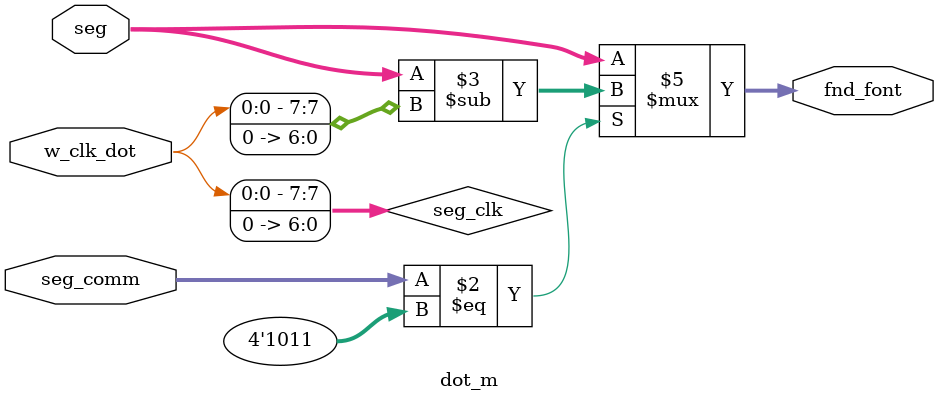
<source format=v>
`timescale 1ns / 1ps

module fnd_controller (
    input clk,
    input reset,
    input sw_mode,
    input [6:0] msec,
    input [5:0] sec,
    input [5:0] min,
    input [4:0] hour,
    output [7:0] fnd_font,
    output [3:0] fnd_comm
);

    wire [3:0] w_bcd, w_digit_msec_1, w_digit_msec_10, 
                w_digit_sec_1, w_digit_sec_10, 
                w_digit_min_1, w_digit_min_10,
                w_digit_hour_1, w_digit_hour_10;
    wire [3:0] w_msec_sec, w_min_hour;
    wire [3:0] w_seg_sel;
    wire w_clk_100hz;
    wire w_clk_dot;
    wire [7:0] w_seg;
    

    clk_divider U_Clk_Divider (
        .clk  (clk),
        .reset(reset),
        .o_clk(w_clk_100hz)
    );

    clk_dot_divider U_Clk_Dot_Divider (
        .clk  (clk),
        .reset(reset),
        .o_clk(w_clk_dot)
    );

    counter_8 U_Counter_8 (
        .clk  (w_clk_100hz),
        .reset(reset),
        .o_sel(w_seg_sel)
    );


    decoder_3x8 U_decoder_3x8 (
        .seg_sel (w_seg_sel),
        .seg_comm(fnd_comm)
    );

    // Msec
    digit_splitter #(
        .BIT_WIDTH(7)
    ) U_Msec_ds (
        .bcd(msec),
        .digit_1(w_digit_msec_1),
        .digit_10(w_digit_msec_10)
    );

    // Sec
    digit_splitter #(
        .BIT_WIDTH(6)
    ) U_Sec_ds (
        .bcd(sec),
        .digit_1(w_digit_sec_1),
        .digit_10(w_digit_sec_10)
    );

    // Min
    digit_splitter #(
        .BIT_WIDTH(6)
    ) U_Min_ds (
        .bcd(min),
        .digit_1(w_digit_min_1),
        .digit_10(w_digit_min_10)
    );

    // Hour
    digit_splitter #(
        .BIT_WIDTH(5)
    ) U_Hour_ds (
        .bcd(hour),
        .digit_1(w_digit_hour_1),
        .digit_10(w_digit_hour_10)
    );

    mux_8x1 U_Mux_8x1_Msec_Sec (
        .sel(w_seg_sel),
        .x0(w_digit_msec_1),
        .x1(w_digit_msec_10),
        .x2(w_digit_sec_1),
        .x3(w_digit_sec_10),
        .x4(4'hf),  // dot
        .x5(4'hf),  // dot
        .x6(4'hf),  // dot
        .x7(4'hf),  // dot
        .y(w_msec_sec)
    );

    mux_2x1 U_Mux_2x1_Mode (
        .sw_mode(sw_mode),
        .msec_sec(w_msec_sec),
        .min_hour(w_min_hour),
        .bcd(w_bcd)
    );
    mux_8x1 U_Mux_8x1_Min_Hour (
        .sel(w_seg_sel),
        .x0 (w_digit_min_1),
        .x1 (w_digit_min_10),
        .x2 (w_digit_hour_1),
        .x3 (w_digit_hour_10),
        .x4 (4'hf),
        .x5 (4'hf),
        .x6 (4'hf),
        .x7 (4'hf),
        .y  (w_min_hour)
    );

    bcdtoseg U_bcdtoseg (
        .bcd(w_bcd),  // [3:0] sum 값 
        .seg(w_seg)
    );

    dot_m U_Dot_M (
        .w_clk_dot(w_clk_dot),
        .seg_comm(fnd_comm),
        .seg(w_seg),
        .fnd_font(fnd_font)

);


endmodule

module clk_divider (
    input  clk,
    input  reset,
    output o_clk
);
    parameter FCOUNT = 100_000;  // 이름을 상수화하여 사용. 500_000 -> 100_000
    // $clog2 : 수를 나타내는데 필요한 비트수 계산
    reg [$clog2(FCOUNT)-1:0] r_counter;
    reg r_clk;
    assign o_clk = r_clk;

    always @(posedge clk, posedge reset) begin
        if (reset) begin  // 
            r_counter <= 0;  // 리셋상태
            r_clk <= 1'b0;
        end else begin
            // clock divide 계산, 100Mhz -> 200hz
            if (r_counter == FCOUNT - 1) begin
                r_counter <= 0;
                r_clk <= 1'b1;  // r_clk : 0->1
            end else begin
                r_counter <= r_counter + 1;
                r_clk <= 1'b0;  // r_clk : 0으로 유지.;
            end
        end
    end

endmodule

module clk_dot_divider (
    input  clk,
    input  reset,
    output o_clk
);
    parameter FCOUNT = 50_000_000;
    reg [$clog2(FCOUNT)-1:0] r_counter;
    reg r_clk;
    assign o_clk = r_clk;

    always @(posedge clk, posedge reset) begin
        if (reset) begin  // 
            r_counter <= 0;  // 리셋상태
            r_clk <= 1'b0;
        end else begin
            // clock divide 계산, 100Mhz -> 200hz
            if (r_counter == FCOUNT - 1) begin
                r_counter <= 0;
                r_clk <= 1'b1;  // r_clk : 0->1
            end else if (r_counter == FCOUNT/2) begin
                r_counter <= r_counter + 1;
                r_clk <= 1'b0;
            end else begin
                r_counter <= r_counter + 1;
            end
        end
    end

endmodule

module counter_8 (
    input        clk,
    input        reset,
    output [2:0] o_sel
);

    reg [2:0] r_counter;
    assign o_sel = r_counter;

    always @(posedge clk, posedge reset) begin
        if (reset) begin
            r_counter <= 0;
        end else begin
            r_counter <= r_counter + 1;
        end
    end


endmodule

module decoder_3x8 (
    input [2:0] seg_sel,
    output reg [3:0] seg_comm
);

    // 3x8 decoder
    always @(seg_sel) begin
        case (seg_sel)
            3'b000:  seg_comm = 4'b1110;
            3'b001:  seg_comm = 4'b1101;
            3'b010:  seg_comm = 4'b1011;
            3'b011:  seg_comm = 4'b0111;
            3'b100:  seg_comm = 4'b1110;
            3'b101:  seg_comm = 4'b1101;
            3'b110:  seg_comm = 4'b1011;
            3'b111:  seg_comm = 4'b0111;
            default: seg_comm = 4'b1111;
        endcase
    end

endmodule

module digit_splitter #(
    parameter BIT_WIDTH = 7
) (
    input [BIT_WIDTH-1:0] bcd,
    output [3:0] digit_1,
    output [3:0] digit_10
);
    assign digit_1  = bcd % 10;  // 10의 1의 자리
    assign digit_10 = bcd / 10 % 10;  // 10의 10의 자리

endmodule

// MUX 8x1
module mux_8x1 (
    input [2:0] sel,
    input [3:0] x0,
    input [3:0] x1,
    input [3:0] x2,
    input [3:0] x3,
    input [3:0] x4,
    input [3:0] x5,
    input [3:0] x6,
    input [3:0] x7,
    output reg [3:0] y
);

    always @(*) begin
        case (sel)
            3'b000:  y = x0;
            3'b001:  y = x1;
            3'b010:  y = x2;
            3'b011:  y = x3;
            3'b100:  y = x4;
            3'b101:  y = x5;
            3'b110:  y = x6;
            3'b111:  y = x7;
            default: y = 4'hf;
        endcase
    end

endmodule

module mux_2x1 (
    input sw_mode,
    input [3:0] msec_sec,
    input [3:0] min_hour,
    output reg [3:0] bcd
);

    always @(*) begin
        case (sw_mode)
            1'b0: bcd = msec_sec;
            1'b1: bcd = min_hour;
            default: bcd = 4'hf;
        endcase
    end

endmodule

module bcdtoseg (
    input [3:0] bcd,  // [3:0] sum 값 
    output reg [7:0] seg
);
    // always 구문 출력으로 reg type을 가져야 한다.
    always @(bcd) begin

        case (bcd)
            4'h0: seg = 8'hc0;
            4'h1: seg = 8'hF9;
            4'h2: seg = 8'hA4;
            4'h3: seg = 8'hB0;
            4'h4: seg = 8'h99;
            4'h5: seg = 8'h92;
            4'h6: seg = 8'h82;
            4'h7: seg = 8'hf8;
            4'h8: seg = 8'h80;
            4'h9: seg = 8'h90;
            4'hA: seg = 8'h88;
            4'hB: seg = 8'h83;
            4'hC: seg = 8'hc6;
            4'hD: seg = 8'ha1;
            4'hE: seg = 8'h86;
            4'hF: seg = 8'hff;  // off
            default: seg = 8'hff;
        endcase
    end
endmodule

module dot_m (
    input w_clk_dot,
    input [3:0] seg_comm,
    input [7:0] seg,
    output reg [7:0] fnd_font
);
    wire [7:0] seg_clk;
    assign seg_clk = {w_clk_dot, 7'b0};

    always @(*) begin
        if (seg_comm == 4'b1011) begin
            fnd_font = seg - seg_clk; 
        end else begin
            fnd_font = seg;
        end
    end
endmodule

</source>
